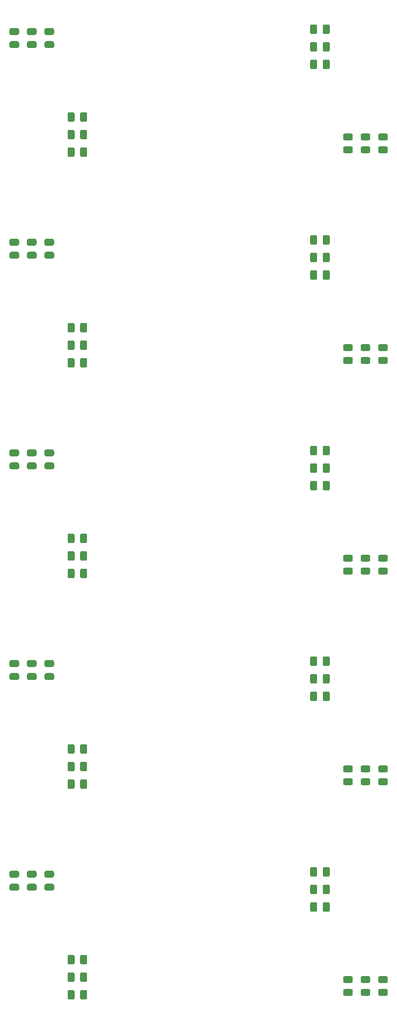
<source format=gtp>
G04 #@! TF.GenerationSoftware,KiCad,Pcbnew,6.0.2+dfsg-1*
G04 #@! TF.CreationDate,2024-06-30T21:45:31-06:00*
G04 #@! TF.ProjectId,ckt-signal-array,636b742d-7369-4676-9e61-6c2d61727261,rev?*
G04 #@! TF.SameCoordinates,Original*
G04 #@! TF.FileFunction,Paste,Top*
G04 #@! TF.FilePolarity,Positive*
%FSLAX46Y46*%
G04 Gerber Fmt 4.6, Leading zero omitted, Abs format (unit mm)*
G04 Created by KiCad (PCBNEW 6.0.2+dfsg-1) date 2024-06-30 21:45:31*
%MOMM*%
%LPD*%
G01*
G04 APERTURE LIST*
G04 APERTURE END LIST*
G36*
G01*
X132335500Y-166870000D02*
X132335500Y-167770000D01*
G75*
G02*
X132085500Y-168020000I-250000J0D01*
G01*
X131560500Y-168020000D01*
G75*
G02*
X131310500Y-167770000I0J250000D01*
G01*
X131310500Y-166870000D01*
G75*
G02*
X131560500Y-166620000I250000J0D01*
G01*
X132085500Y-166620000D01*
G75*
G02*
X132335500Y-166870000I0J-250000D01*
G01*
G37*
G36*
G01*
X130510500Y-166870000D02*
X130510500Y-167770000D01*
G75*
G02*
X130260500Y-168020000I-250000J0D01*
G01*
X129735500Y-168020000D01*
G75*
G02*
X129485500Y-167770000I0J250000D01*
G01*
X129485500Y-166870000D01*
G75*
G02*
X129735500Y-166620000I250000J0D01*
G01*
X130260500Y-166620000D01*
G75*
G02*
X130510500Y-166870000I0J-250000D01*
G01*
G37*
G36*
G01*
X122222750Y-65875000D02*
X121310250Y-65875000D01*
G75*
G02*
X121066500Y-65631250I0J243750D01*
G01*
X121066500Y-65143750D01*
G75*
G02*
X121310250Y-64900000I243750J0D01*
G01*
X122222750Y-64900000D01*
G75*
G02*
X122466500Y-65143750I0J-243750D01*
G01*
X122466500Y-65631250D01*
G75*
G02*
X122222750Y-65875000I-243750J0D01*
G01*
G37*
G36*
G01*
X122222750Y-64000000D02*
X121310250Y-64000000D01*
G75*
G02*
X121066500Y-63756250I0J243750D01*
G01*
X121066500Y-63268750D01*
G75*
G02*
X121310250Y-63025000I243750J0D01*
G01*
X122222750Y-63025000D01*
G75*
G02*
X122466500Y-63268750I0J-243750D01*
G01*
X122466500Y-63756250D01*
G75*
G02*
X122222750Y-64000000I-243750J0D01*
G01*
G37*
G36*
G01*
X127302750Y-65875000D02*
X126390250Y-65875000D01*
G75*
G02*
X126146500Y-65631250I0J243750D01*
G01*
X126146500Y-65143750D01*
G75*
G02*
X126390250Y-64900000I243750J0D01*
G01*
X127302750Y-64900000D01*
G75*
G02*
X127546500Y-65143750I0J-243750D01*
G01*
X127546500Y-65631250D01*
G75*
G02*
X127302750Y-65875000I-243750J0D01*
G01*
G37*
G36*
G01*
X127302750Y-64000000D02*
X126390250Y-64000000D01*
G75*
G02*
X126146500Y-63756250I0J243750D01*
G01*
X126146500Y-63268750D01*
G75*
G02*
X126390250Y-63025000I243750J0D01*
G01*
X127302750Y-63025000D01*
G75*
G02*
X127546500Y-63268750I0J-243750D01*
G01*
X127546500Y-63756250D01*
G75*
G02*
X127302750Y-64000000I-243750J0D01*
G01*
G37*
G36*
G01*
X174777250Y-78265000D02*
X175689750Y-78265000D01*
G75*
G02*
X175933500Y-78508750I0J-243750D01*
G01*
X175933500Y-78996250D01*
G75*
G02*
X175689750Y-79240000I-243750J0D01*
G01*
X174777250Y-79240000D01*
G75*
G02*
X174533500Y-78996250I0J243750D01*
G01*
X174533500Y-78508750D01*
G75*
G02*
X174777250Y-78265000I243750J0D01*
G01*
G37*
G36*
G01*
X174777250Y-80140000D02*
X175689750Y-80140000D01*
G75*
G02*
X175933500Y-80383750I0J-243750D01*
G01*
X175933500Y-80871250D01*
G75*
G02*
X175689750Y-81115000I-243750J0D01*
G01*
X174777250Y-81115000D01*
G75*
G02*
X174533500Y-80871250I0J243750D01*
G01*
X174533500Y-80383750D01*
G75*
G02*
X174777250Y-80140000I243750J0D01*
G01*
G37*
G36*
G01*
X164664500Y-94110000D02*
X164664500Y-93210000D01*
G75*
G02*
X164914500Y-92960000I250000J0D01*
G01*
X165439500Y-92960000D01*
G75*
G02*
X165689500Y-93210000I0J-250000D01*
G01*
X165689500Y-94110000D01*
G75*
G02*
X165439500Y-94360000I-250000J0D01*
G01*
X164914500Y-94360000D01*
G75*
G02*
X164664500Y-94110000I0J250000D01*
G01*
G37*
G36*
G01*
X166489500Y-94110000D02*
X166489500Y-93210000D01*
G75*
G02*
X166739500Y-92960000I250000J0D01*
G01*
X167264500Y-92960000D01*
G75*
G02*
X167514500Y-93210000I0J-250000D01*
G01*
X167514500Y-94110000D01*
G75*
G02*
X167264500Y-94360000I-250000J0D01*
G01*
X166739500Y-94360000D01*
G75*
G02*
X166489500Y-94110000I0J250000D01*
G01*
G37*
G36*
G01*
X164664500Y-99190000D02*
X164664500Y-98290000D01*
G75*
G02*
X164914500Y-98040000I250000J0D01*
G01*
X165439500Y-98040000D01*
G75*
G02*
X165689500Y-98290000I0J-250000D01*
G01*
X165689500Y-99190000D01*
G75*
G02*
X165439500Y-99440000I-250000J0D01*
G01*
X164914500Y-99440000D01*
G75*
G02*
X164664500Y-99190000I0J250000D01*
G01*
G37*
G36*
G01*
X166489500Y-99190000D02*
X166489500Y-98290000D01*
G75*
G02*
X166739500Y-98040000I250000J0D01*
G01*
X167264500Y-98040000D01*
G75*
G02*
X167514500Y-98290000I0J-250000D01*
G01*
X167514500Y-99190000D01*
G75*
G02*
X167264500Y-99440000I-250000J0D01*
G01*
X166739500Y-99440000D01*
G75*
G02*
X166489500Y-99190000I0J250000D01*
G01*
G37*
G36*
G01*
X132335500Y-50030000D02*
X132335500Y-50930000D01*
G75*
G02*
X132085500Y-51180000I-250000J0D01*
G01*
X131560500Y-51180000D01*
G75*
G02*
X131310500Y-50930000I0J250000D01*
G01*
X131310500Y-50030000D01*
G75*
G02*
X131560500Y-49780000I250000J0D01*
G01*
X132085500Y-49780000D01*
G75*
G02*
X132335500Y-50030000I0J-250000D01*
G01*
G37*
G36*
G01*
X130510500Y-50030000D02*
X130510500Y-50930000D01*
G75*
G02*
X130260500Y-51180000I-250000J0D01*
G01*
X129735500Y-51180000D01*
G75*
G02*
X129485500Y-50930000I0J250000D01*
G01*
X129485500Y-50030000D01*
G75*
G02*
X129735500Y-49780000I250000J0D01*
G01*
X130260500Y-49780000D01*
G75*
G02*
X130510500Y-50030000I0J-250000D01*
G01*
G37*
G36*
G01*
X127302750Y-35395000D02*
X126390250Y-35395000D01*
G75*
G02*
X126146500Y-35151250I0J243750D01*
G01*
X126146500Y-34663750D01*
G75*
G02*
X126390250Y-34420000I243750J0D01*
G01*
X127302750Y-34420000D01*
G75*
G02*
X127546500Y-34663750I0J-243750D01*
G01*
X127546500Y-35151250D01*
G75*
G02*
X127302750Y-35395000I-243750J0D01*
G01*
G37*
G36*
G01*
X127302750Y-33520000D02*
X126390250Y-33520000D01*
G75*
G02*
X126146500Y-33276250I0J243750D01*
G01*
X126146500Y-32788750D01*
G75*
G02*
X126390250Y-32545000I243750J0D01*
G01*
X127302750Y-32545000D01*
G75*
G02*
X127546500Y-32788750I0J-243750D01*
G01*
X127546500Y-33276250D01*
G75*
G02*
X127302750Y-33520000I-243750J0D01*
G01*
G37*
G36*
G01*
X164664500Y-155070000D02*
X164664500Y-154170000D01*
G75*
G02*
X164914500Y-153920000I250000J0D01*
G01*
X165439500Y-153920000D01*
G75*
G02*
X165689500Y-154170000I0J-250000D01*
G01*
X165689500Y-155070000D01*
G75*
G02*
X165439500Y-155320000I-250000J0D01*
G01*
X164914500Y-155320000D01*
G75*
G02*
X164664500Y-155070000I0J250000D01*
G01*
G37*
G36*
G01*
X166489500Y-155070000D02*
X166489500Y-154170000D01*
G75*
G02*
X166739500Y-153920000I250000J0D01*
G01*
X167264500Y-153920000D01*
G75*
G02*
X167514500Y-154170000I0J-250000D01*
G01*
X167514500Y-155070000D01*
G75*
G02*
X167264500Y-155320000I-250000J0D01*
G01*
X166739500Y-155320000D01*
G75*
G02*
X166489500Y-155070000I0J250000D01*
G01*
G37*
G36*
G01*
X164664500Y-96650000D02*
X164664500Y-95750000D01*
G75*
G02*
X164914500Y-95500000I250000J0D01*
G01*
X165439500Y-95500000D01*
G75*
G02*
X165689500Y-95750000I0J-250000D01*
G01*
X165689500Y-96650000D01*
G75*
G02*
X165439500Y-96900000I-250000J0D01*
G01*
X164914500Y-96900000D01*
G75*
G02*
X164664500Y-96650000I0J250000D01*
G01*
G37*
G36*
G01*
X166489500Y-96650000D02*
X166489500Y-95750000D01*
G75*
G02*
X166739500Y-95500000I250000J0D01*
G01*
X167264500Y-95500000D01*
G75*
G02*
X167514500Y-95750000I0J-250000D01*
G01*
X167514500Y-96650000D01*
G75*
G02*
X167264500Y-96900000I-250000J0D01*
G01*
X166739500Y-96900000D01*
G75*
G02*
X166489500Y-96650000I0J250000D01*
G01*
G37*
G36*
G01*
X122222750Y-126835000D02*
X121310250Y-126835000D01*
G75*
G02*
X121066500Y-126591250I0J243750D01*
G01*
X121066500Y-126103750D01*
G75*
G02*
X121310250Y-125860000I243750J0D01*
G01*
X122222750Y-125860000D01*
G75*
G02*
X122466500Y-126103750I0J-243750D01*
G01*
X122466500Y-126591250D01*
G75*
G02*
X122222750Y-126835000I-243750J0D01*
G01*
G37*
G36*
G01*
X122222750Y-124960000D02*
X121310250Y-124960000D01*
G75*
G02*
X121066500Y-124716250I0J243750D01*
G01*
X121066500Y-124228750D01*
G75*
G02*
X121310250Y-123985000I243750J0D01*
G01*
X122222750Y-123985000D01*
G75*
G02*
X122466500Y-124228750I0J-243750D01*
G01*
X122466500Y-124716250D01*
G75*
G02*
X122222750Y-124960000I-243750J0D01*
G01*
G37*
G36*
G01*
X172237250Y-169705000D02*
X173149750Y-169705000D01*
G75*
G02*
X173393500Y-169948750I0J-243750D01*
G01*
X173393500Y-170436250D01*
G75*
G02*
X173149750Y-170680000I-243750J0D01*
G01*
X172237250Y-170680000D01*
G75*
G02*
X171993500Y-170436250I0J243750D01*
G01*
X171993500Y-169948750D01*
G75*
G02*
X172237250Y-169705000I243750J0D01*
G01*
G37*
G36*
G01*
X172237250Y-171580000D02*
X173149750Y-171580000D01*
G75*
G02*
X173393500Y-171823750I0J-243750D01*
G01*
X173393500Y-172311250D01*
G75*
G02*
X173149750Y-172555000I-243750J0D01*
G01*
X172237250Y-172555000D01*
G75*
G02*
X171993500Y-172311250I0J243750D01*
G01*
X171993500Y-171823750D01*
G75*
G02*
X172237250Y-171580000I243750J0D01*
G01*
G37*
G36*
G01*
X132335500Y-108450000D02*
X132335500Y-109350000D01*
G75*
G02*
X132085500Y-109600000I-250000J0D01*
G01*
X131560500Y-109600000D01*
G75*
G02*
X131310500Y-109350000I0J250000D01*
G01*
X131310500Y-108450000D01*
G75*
G02*
X131560500Y-108200000I250000J0D01*
G01*
X132085500Y-108200000D01*
G75*
G02*
X132335500Y-108450000I0J-250000D01*
G01*
G37*
G36*
G01*
X130510500Y-108450000D02*
X130510500Y-109350000D01*
G75*
G02*
X130260500Y-109600000I-250000J0D01*
G01*
X129735500Y-109600000D01*
G75*
G02*
X129485500Y-109350000I0J250000D01*
G01*
X129485500Y-108450000D01*
G75*
G02*
X129735500Y-108200000I250000J0D01*
G01*
X130260500Y-108200000D01*
G75*
G02*
X130510500Y-108450000I0J-250000D01*
G01*
G37*
G36*
G01*
X124762750Y-35395000D02*
X123850250Y-35395000D01*
G75*
G02*
X123606500Y-35151250I0J243750D01*
G01*
X123606500Y-34663750D01*
G75*
G02*
X123850250Y-34420000I243750J0D01*
G01*
X124762750Y-34420000D01*
G75*
G02*
X125006500Y-34663750I0J-243750D01*
G01*
X125006500Y-35151250D01*
G75*
G02*
X124762750Y-35395000I-243750J0D01*
G01*
G37*
G36*
G01*
X124762750Y-33520000D02*
X123850250Y-33520000D01*
G75*
G02*
X123606500Y-33276250I0J243750D01*
G01*
X123606500Y-32788750D01*
G75*
G02*
X123850250Y-32545000I243750J0D01*
G01*
X124762750Y-32545000D01*
G75*
G02*
X125006500Y-32788750I0J-243750D01*
G01*
X125006500Y-33276250D01*
G75*
G02*
X124762750Y-33520000I-243750J0D01*
G01*
G37*
G36*
G01*
X132335500Y-136390000D02*
X132335500Y-137290000D01*
G75*
G02*
X132085500Y-137540000I-250000J0D01*
G01*
X131560500Y-137540000D01*
G75*
G02*
X131310500Y-137290000I0J250000D01*
G01*
X131310500Y-136390000D01*
G75*
G02*
X131560500Y-136140000I250000J0D01*
G01*
X132085500Y-136140000D01*
G75*
G02*
X132335500Y-136390000I0J-250000D01*
G01*
G37*
G36*
G01*
X130510500Y-136390000D02*
X130510500Y-137290000D01*
G75*
G02*
X130260500Y-137540000I-250000J0D01*
G01*
X129735500Y-137540000D01*
G75*
G02*
X129485500Y-137290000I0J250000D01*
G01*
X129485500Y-136390000D01*
G75*
G02*
X129735500Y-136140000I250000J0D01*
G01*
X130260500Y-136140000D01*
G75*
G02*
X130510500Y-136390000I0J-250000D01*
G01*
G37*
G36*
G01*
X132335500Y-44950000D02*
X132335500Y-45850000D01*
G75*
G02*
X132085500Y-46100000I-250000J0D01*
G01*
X131560500Y-46100000D01*
G75*
G02*
X131310500Y-45850000I0J250000D01*
G01*
X131310500Y-44950000D01*
G75*
G02*
X131560500Y-44700000I250000J0D01*
G01*
X132085500Y-44700000D01*
G75*
G02*
X132335500Y-44950000I0J-250000D01*
G01*
G37*
G36*
G01*
X130510500Y-44950000D02*
X130510500Y-45850000D01*
G75*
G02*
X130260500Y-46100000I-250000J0D01*
G01*
X129735500Y-46100000D01*
G75*
G02*
X129485500Y-45850000I0J250000D01*
G01*
X129485500Y-44950000D01*
G75*
G02*
X129735500Y-44700000I250000J0D01*
G01*
X130260500Y-44700000D01*
G75*
G02*
X130510500Y-44950000I0J-250000D01*
G01*
G37*
G36*
G01*
X172237250Y-47785000D02*
X173149750Y-47785000D01*
G75*
G02*
X173393500Y-48028750I0J-243750D01*
G01*
X173393500Y-48516250D01*
G75*
G02*
X173149750Y-48760000I-243750J0D01*
G01*
X172237250Y-48760000D01*
G75*
G02*
X171993500Y-48516250I0J243750D01*
G01*
X171993500Y-48028750D01*
G75*
G02*
X172237250Y-47785000I243750J0D01*
G01*
G37*
G36*
G01*
X172237250Y-49660000D02*
X173149750Y-49660000D01*
G75*
G02*
X173393500Y-49903750I0J-243750D01*
G01*
X173393500Y-50391250D01*
G75*
G02*
X173149750Y-50635000I-243750J0D01*
G01*
X172237250Y-50635000D01*
G75*
G02*
X171993500Y-50391250I0J243750D01*
G01*
X171993500Y-49903750D01*
G75*
G02*
X172237250Y-49660000I243750J0D01*
G01*
G37*
G36*
G01*
X122222750Y-157315000D02*
X121310250Y-157315000D01*
G75*
G02*
X121066500Y-157071250I0J243750D01*
G01*
X121066500Y-156583750D01*
G75*
G02*
X121310250Y-156340000I243750J0D01*
G01*
X122222750Y-156340000D01*
G75*
G02*
X122466500Y-156583750I0J-243750D01*
G01*
X122466500Y-157071250D01*
G75*
G02*
X122222750Y-157315000I-243750J0D01*
G01*
G37*
G36*
G01*
X122222750Y-155440000D02*
X121310250Y-155440000D01*
G75*
G02*
X121066500Y-155196250I0J243750D01*
G01*
X121066500Y-154708750D01*
G75*
G02*
X121310250Y-154465000I243750J0D01*
G01*
X122222750Y-154465000D01*
G75*
G02*
X122466500Y-154708750I0J-243750D01*
G01*
X122466500Y-155196250D01*
G75*
G02*
X122222750Y-155440000I-243750J0D01*
G01*
G37*
G36*
G01*
X132335500Y-169410000D02*
X132335500Y-170310000D01*
G75*
G02*
X132085500Y-170560000I-250000J0D01*
G01*
X131560500Y-170560000D01*
G75*
G02*
X131310500Y-170310000I0J250000D01*
G01*
X131310500Y-169410000D01*
G75*
G02*
X131560500Y-169160000I250000J0D01*
G01*
X132085500Y-169160000D01*
G75*
G02*
X132335500Y-169410000I0J-250000D01*
G01*
G37*
G36*
G01*
X130510500Y-169410000D02*
X130510500Y-170310000D01*
G75*
G02*
X130260500Y-170560000I-250000J0D01*
G01*
X129735500Y-170560000D01*
G75*
G02*
X129485500Y-170310000I0J250000D01*
G01*
X129485500Y-169410000D01*
G75*
G02*
X129735500Y-169160000I250000J0D01*
G01*
X130260500Y-169160000D01*
G75*
G02*
X130510500Y-169410000I0J-250000D01*
G01*
G37*
G36*
G01*
X169697250Y-139225000D02*
X170609750Y-139225000D01*
G75*
G02*
X170853500Y-139468750I0J-243750D01*
G01*
X170853500Y-139956250D01*
G75*
G02*
X170609750Y-140200000I-243750J0D01*
G01*
X169697250Y-140200000D01*
G75*
G02*
X169453500Y-139956250I0J243750D01*
G01*
X169453500Y-139468750D01*
G75*
G02*
X169697250Y-139225000I243750J0D01*
G01*
G37*
G36*
G01*
X169697250Y-141100000D02*
X170609750Y-141100000D01*
G75*
G02*
X170853500Y-141343750I0J-243750D01*
G01*
X170853500Y-141831250D01*
G75*
G02*
X170609750Y-142075000I-243750J0D01*
G01*
X169697250Y-142075000D01*
G75*
G02*
X169453500Y-141831250I0J243750D01*
G01*
X169453500Y-141343750D01*
G75*
G02*
X169697250Y-141100000I243750J0D01*
G01*
G37*
G36*
G01*
X164664500Y-66170000D02*
X164664500Y-65270000D01*
G75*
G02*
X164914500Y-65020000I250000J0D01*
G01*
X165439500Y-65020000D01*
G75*
G02*
X165689500Y-65270000I0J-250000D01*
G01*
X165689500Y-66170000D01*
G75*
G02*
X165439500Y-66420000I-250000J0D01*
G01*
X164914500Y-66420000D01*
G75*
G02*
X164664500Y-66170000I0J250000D01*
G01*
G37*
G36*
G01*
X166489500Y-66170000D02*
X166489500Y-65270000D01*
G75*
G02*
X166739500Y-65020000I250000J0D01*
G01*
X167264500Y-65020000D01*
G75*
G02*
X167514500Y-65270000I0J-250000D01*
G01*
X167514500Y-66170000D01*
G75*
G02*
X167264500Y-66420000I-250000J0D01*
G01*
X166739500Y-66420000D01*
G75*
G02*
X166489500Y-66170000I0J250000D01*
G01*
G37*
G36*
G01*
X172237250Y-139225000D02*
X173149750Y-139225000D01*
G75*
G02*
X173393500Y-139468750I0J-243750D01*
G01*
X173393500Y-139956250D01*
G75*
G02*
X173149750Y-140200000I-243750J0D01*
G01*
X172237250Y-140200000D01*
G75*
G02*
X171993500Y-139956250I0J243750D01*
G01*
X171993500Y-139468750D01*
G75*
G02*
X172237250Y-139225000I243750J0D01*
G01*
G37*
G36*
G01*
X172237250Y-141100000D02*
X173149750Y-141100000D01*
G75*
G02*
X173393500Y-141343750I0J-243750D01*
G01*
X173393500Y-141831250D01*
G75*
G02*
X173149750Y-142075000I-243750J0D01*
G01*
X172237250Y-142075000D01*
G75*
G02*
X171993500Y-141831250I0J243750D01*
G01*
X171993500Y-141343750D01*
G75*
G02*
X172237250Y-141100000I243750J0D01*
G01*
G37*
G36*
G01*
X174777250Y-108745000D02*
X175689750Y-108745000D01*
G75*
G02*
X175933500Y-108988750I0J-243750D01*
G01*
X175933500Y-109476250D01*
G75*
G02*
X175689750Y-109720000I-243750J0D01*
G01*
X174777250Y-109720000D01*
G75*
G02*
X174533500Y-109476250I0J243750D01*
G01*
X174533500Y-108988750D01*
G75*
G02*
X174777250Y-108745000I243750J0D01*
G01*
G37*
G36*
G01*
X174777250Y-110620000D02*
X175689750Y-110620000D01*
G75*
G02*
X175933500Y-110863750I0J-243750D01*
G01*
X175933500Y-111351250D01*
G75*
G02*
X175689750Y-111595000I-243750J0D01*
G01*
X174777250Y-111595000D01*
G75*
G02*
X174533500Y-111351250I0J243750D01*
G01*
X174533500Y-110863750D01*
G75*
G02*
X174777250Y-110620000I243750J0D01*
G01*
G37*
G36*
G01*
X132335500Y-80510000D02*
X132335500Y-81410000D01*
G75*
G02*
X132085500Y-81660000I-250000J0D01*
G01*
X131560500Y-81660000D01*
G75*
G02*
X131310500Y-81410000I0J250000D01*
G01*
X131310500Y-80510000D01*
G75*
G02*
X131560500Y-80260000I250000J0D01*
G01*
X132085500Y-80260000D01*
G75*
G02*
X132335500Y-80510000I0J-250000D01*
G01*
G37*
G36*
G01*
X130510500Y-80510000D02*
X130510500Y-81410000D01*
G75*
G02*
X130260500Y-81660000I-250000J0D01*
G01*
X129735500Y-81660000D01*
G75*
G02*
X129485500Y-81410000I0J250000D01*
G01*
X129485500Y-80510000D01*
G75*
G02*
X129735500Y-80260000I250000J0D01*
G01*
X130260500Y-80260000D01*
G75*
G02*
X130510500Y-80510000I0J-250000D01*
G01*
G37*
G36*
G01*
X132335500Y-77970000D02*
X132335500Y-78870000D01*
G75*
G02*
X132085500Y-79120000I-250000J0D01*
G01*
X131560500Y-79120000D01*
G75*
G02*
X131310500Y-78870000I0J250000D01*
G01*
X131310500Y-77970000D01*
G75*
G02*
X131560500Y-77720000I250000J0D01*
G01*
X132085500Y-77720000D01*
G75*
G02*
X132335500Y-77970000I0J-250000D01*
G01*
G37*
G36*
G01*
X130510500Y-77970000D02*
X130510500Y-78870000D01*
G75*
G02*
X130260500Y-79120000I-250000J0D01*
G01*
X129735500Y-79120000D01*
G75*
G02*
X129485500Y-78870000I0J250000D01*
G01*
X129485500Y-77970000D01*
G75*
G02*
X129735500Y-77720000I250000J0D01*
G01*
X130260500Y-77720000D01*
G75*
G02*
X130510500Y-77970000I0J-250000D01*
G01*
G37*
G36*
G01*
X132335500Y-47490000D02*
X132335500Y-48390000D01*
G75*
G02*
X132085500Y-48640000I-250000J0D01*
G01*
X131560500Y-48640000D01*
G75*
G02*
X131310500Y-48390000I0J250000D01*
G01*
X131310500Y-47490000D01*
G75*
G02*
X131560500Y-47240000I250000J0D01*
G01*
X132085500Y-47240000D01*
G75*
G02*
X132335500Y-47490000I0J-250000D01*
G01*
G37*
G36*
G01*
X130510500Y-47490000D02*
X130510500Y-48390000D01*
G75*
G02*
X130260500Y-48640000I-250000J0D01*
G01*
X129735500Y-48640000D01*
G75*
G02*
X129485500Y-48390000I0J250000D01*
G01*
X129485500Y-47490000D01*
G75*
G02*
X129735500Y-47240000I250000J0D01*
G01*
X130260500Y-47240000D01*
G75*
G02*
X130510500Y-47490000I0J-250000D01*
G01*
G37*
G36*
G01*
X164664500Y-68710000D02*
X164664500Y-67810000D01*
G75*
G02*
X164914500Y-67560000I250000J0D01*
G01*
X165439500Y-67560000D01*
G75*
G02*
X165689500Y-67810000I0J-250000D01*
G01*
X165689500Y-68710000D01*
G75*
G02*
X165439500Y-68960000I-250000J0D01*
G01*
X164914500Y-68960000D01*
G75*
G02*
X164664500Y-68710000I0J250000D01*
G01*
G37*
G36*
G01*
X166489500Y-68710000D02*
X166489500Y-67810000D01*
G75*
G02*
X166739500Y-67560000I250000J0D01*
G01*
X167264500Y-67560000D01*
G75*
G02*
X167514500Y-67810000I0J-250000D01*
G01*
X167514500Y-68710000D01*
G75*
G02*
X167264500Y-68960000I-250000J0D01*
G01*
X166739500Y-68960000D01*
G75*
G02*
X166489500Y-68710000I0J250000D01*
G01*
G37*
G36*
G01*
X164664500Y-160150000D02*
X164664500Y-159250000D01*
G75*
G02*
X164914500Y-159000000I250000J0D01*
G01*
X165439500Y-159000000D01*
G75*
G02*
X165689500Y-159250000I0J-250000D01*
G01*
X165689500Y-160150000D01*
G75*
G02*
X165439500Y-160400000I-250000J0D01*
G01*
X164914500Y-160400000D01*
G75*
G02*
X164664500Y-160150000I0J250000D01*
G01*
G37*
G36*
G01*
X166489500Y-160150000D02*
X166489500Y-159250000D01*
G75*
G02*
X166739500Y-159000000I250000J0D01*
G01*
X167264500Y-159000000D01*
G75*
G02*
X167514500Y-159250000I0J-250000D01*
G01*
X167514500Y-160150000D01*
G75*
G02*
X167264500Y-160400000I-250000J0D01*
G01*
X166739500Y-160400000D01*
G75*
G02*
X166489500Y-160150000I0J250000D01*
G01*
G37*
G36*
G01*
X164664500Y-63630000D02*
X164664500Y-62730000D01*
G75*
G02*
X164914500Y-62480000I250000J0D01*
G01*
X165439500Y-62480000D01*
G75*
G02*
X165689500Y-62730000I0J-250000D01*
G01*
X165689500Y-63630000D01*
G75*
G02*
X165439500Y-63880000I-250000J0D01*
G01*
X164914500Y-63880000D01*
G75*
G02*
X164664500Y-63630000I0J250000D01*
G01*
G37*
G36*
G01*
X166489500Y-63630000D02*
X166489500Y-62730000D01*
G75*
G02*
X166739500Y-62480000I250000J0D01*
G01*
X167264500Y-62480000D01*
G75*
G02*
X167514500Y-62730000I0J-250000D01*
G01*
X167514500Y-63630000D01*
G75*
G02*
X167264500Y-63880000I-250000J0D01*
G01*
X166739500Y-63880000D01*
G75*
G02*
X166489500Y-63630000I0J250000D01*
G01*
G37*
G36*
G01*
X164664500Y-35690000D02*
X164664500Y-34790000D01*
G75*
G02*
X164914500Y-34540000I250000J0D01*
G01*
X165439500Y-34540000D01*
G75*
G02*
X165689500Y-34790000I0J-250000D01*
G01*
X165689500Y-35690000D01*
G75*
G02*
X165439500Y-35940000I-250000J0D01*
G01*
X164914500Y-35940000D01*
G75*
G02*
X164664500Y-35690000I0J250000D01*
G01*
G37*
G36*
G01*
X166489500Y-35690000D02*
X166489500Y-34790000D01*
G75*
G02*
X166739500Y-34540000I250000J0D01*
G01*
X167264500Y-34540000D01*
G75*
G02*
X167514500Y-34790000I0J-250000D01*
G01*
X167514500Y-35690000D01*
G75*
G02*
X167264500Y-35940000I-250000J0D01*
G01*
X166739500Y-35940000D01*
G75*
G02*
X166489500Y-35690000I0J250000D01*
G01*
G37*
G36*
G01*
X124762750Y-65875000D02*
X123850250Y-65875000D01*
G75*
G02*
X123606500Y-65631250I0J243750D01*
G01*
X123606500Y-65143750D01*
G75*
G02*
X123850250Y-64900000I243750J0D01*
G01*
X124762750Y-64900000D01*
G75*
G02*
X125006500Y-65143750I0J-243750D01*
G01*
X125006500Y-65631250D01*
G75*
G02*
X124762750Y-65875000I-243750J0D01*
G01*
G37*
G36*
G01*
X124762750Y-64000000D02*
X123850250Y-64000000D01*
G75*
G02*
X123606500Y-63756250I0J243750D01*
G01*
X123606500Y-63268750D01*
G75*
G02*
X123850250Y-63025000I243750J0D01*
G01*
X124762750Y-63025000D01*
G75*
G02*
X125006500Y-63268750I0J-243750D01*
G01*
X125006500Y-63756250D01*
G75*
G02*
X124762750Y-64000000I-243750J0D01*
G01*
G37*
G36*
G01*
X122222750Y-35395000D02*
X121310250Y-35395000D01*
G75*
G02*
X121066500Y-35151250I0J243750D01*
G01*
X121066500Y-34663750D01*
G75*
G02*
X121310250Y-34420000I243750J0D01*
G01*
X122222750Y-34420000D01*
G75*
G02*
X122466500Y-34663750I0J-243750D01*
G01*
X122466500Y-35151250D01*
G75*
G02*
X122222750Y-35395000I-243750J0D01*
G01*
G37*
G36*
G01*
X122222750Y-33520000D02*
X121310250Y-33520000D01*
G75*
G02*
X121066500Y-33276250I0J243750D01*
G01*
X121066500Y-32788750D01*
G75*
G02*
X121310250Y-32545000I243750J0D01*
G01*
X122222750Y-32545000D01*
G75*
G02*
X122466500Y-32788750I0J-243750D01*
G01*
X122466500Y-33276250D01*
G75*
G02*
X122222750Y-33520000I-243750J0D01*
G01*
G37*
G36*
G01*
X164664500Y-129670000D02*
X164664500Y-128770000D01*
G75*
G02*
X164914500Y-128520000I250000J0D01*
G01*
X165439500Y-128520000D01*
G75*
G02*
X165689500Y-128770000I0J-250000D01*
G01*
X165689500Y-129670000D01*
G75*
G02*
X165439500Y-129920000I-250000J0D01*
G01*
X164914500Y-129920000D01*
G75*
G02*
X164664500Y-129670000I0J250000D01*
G01*
G37*
G36*
G01*
X166489500Y-129670000D02*
X166489500Y-128770000D01*
G75*
G02*
X166739500Y-128520000I250000J0D01*
G01*
X167264500Y-128520000D01*
G75*
G02*
X167514500Y-128770000I0J-250000D01*
G01*
X167514500Y-129670000D01*
G75*
G02*
X167264500Y-129920000I-250000J0D01*
G01*
X166739500Y-129920000D01*
G75*
G02*
X166489500Y-129670000I0J250000D01*
G01*
G37*
G36*
G01*
X169697250Y-47785000D02*
X170609750Y-47785000D01*
G75*
G02*
X170853500Y-48028750I0J-243750D01*
G01*
X170853500Y-48516250D01*
G75*
G02*
X170609750Y-48760000I-243750J0D01*
G01*
X169697250Y-48760000D01*
G75*
G02*
X169453500Y-48516250I0J243750D01*
G01*
X169453500Y-48028750D01*
G75*
G02*
X169697250Y-47785000I243750J0D01*
G01*
G37*
G36*
G01*
X169697250Y-49660000D02*
X170609750Y-49660000D01*
G75*
G02*
X170853500Y-49903750I0J-243750D01*
G01*
X170853500Y-50391250D01*
G75*
G02*
X170609750Y-50635000I-243750J0D01*
G01*
X169697250Y-50635000D01*
G75*
G02*
X169453500Y-50391250I0J243750D01*
G01*
X169453500Y-49903750D01*
G75*
G02*
X169697250Y-49660000I243750J0D01*
G01*
G37*
G36*
G01*
X132335500Y-138930000D02*
X132335500Y-139830000D01*
G75*
G02*
X132085500Y-140080000I-250000J0D01*
G01*
X131560500Y-140080000D01*
G75*
G02*
X131310500Y-139830000I0J250000D01*
G01*
X131310500Y-138930000D01*
G75*
G02*
X131560500Y-138680000I250000J0D01*
G01*
X132085500Y-138680000D01*
G75*
G02*
X132335500Y-138930000I0J-250000D01*
G01*
G37*
G36*
G01*
X130510500Y-138930000D02*
X130510500Y-139830000D01*
G75*
G02*
X130260500Y-140080000I-250000J0D01*
G01*
X129735500Y-140080000D01*
G75*
G02*
X129485500Y-139830000I0J250000D01*
G01*
X129485500Y-138930000D01*
G75*
G02*
X129735500Y-138680000I250000J0D01*
G01*
X130260500Y-138680000D01*
G75*
G02*
X130510500Y-138930000I0J-250000D01*
G01*
G37*
G36*
G01*
X164664500Y-38230000D02*
X164664500Y-37330000D01*
G75*
G02*
X164914500Y-37080000I250000J0D01*
G01*
X165439500Y-37080000D01*
G75*
G02*
X165689500Y-37330000I0J-250000D01*
G01*
X165689500Y-38230000D01*
G75*
G02*
X165439500Y-38480000I-250000J0D01*
G01*
X164914500Y-38480000D01*
G75*
G02*
X164664500Y-38230000I0J250000D01*
G01*
G37*
G36*
G01*
X166489500Y-38230000D02*
X166489500Y-37330000D01*
G75*
G02*
X166739500Y-37080000I250000J0D01*
G01*
X167264500Y-37080000D01*
G75*
G02*
X167514500Y-37330000I0J-250000D01*
G01*
X167514500Y-38230000D01*
G75*
G02*
X167264500Y-38480000I-250000J0D01*
G01*
X166739500Y-38480000D01*
G75*
G02*
X166489500Y-38230000I0J250000D01*
G01*
G37*
G36*
G01*
X132335500Y-141470000D02*
X132335500Y-142370000D01*
G75*
G02*
X132085500Y-142620000I-250000J0D01*
G01*
X131560500Y-142620000D01*
G75*
G02*
X131310500Y-142370000I0J250000D01*
G01*
X131310500Y-141470000D01*
G75*
G02*
X131560500Y-141220000I250000J0D01*
G01*
X132085500Y-141220000D01*
G75*
G02*
X132335500Y-141470000I0J-250000D01*
G01*
G37*
G36*
G01*
X130510500Y-141470000D02*
X130510500Y-142370000D01*
G75*
G02*
X130260500Y-142620000I-250000J0D01*
G01*
X129735500Y-142620000D01*
G75*
G02*
X129485500Y-142370000I0J250000D01*
G01*
X129485500Y-141470000D01*
G75*
G02*
X129735500Y-141220000I250000J0D01*
G01*
X130260500Y-141220000D01*
G75*
G02*
X130510500Y-141470000I0J-250000D01*
G01*
G37*
G36*
G01*
X169697250Y-108745000D02*
X170609750Y-108745000D01*
G75*
G02*
X170853500Y-108988750I0J-243750D01*
G01*
X170853500Y-109476250D01*
G75*
G02*
X170609750Y-109720000I-243750J0D01*
G01*
X169697250Y-109720000D01*
G75*
G02*
X169453500Y-109476250I0J243750D01*
G01*
X169453500Y-108988750D01*
G75*
G02*
X169697250Y-108745000I243750J0D01*
G01*
G37*
G36*
G01*
X169697250Y-110620000D02*
X170609750Y-110620000D01*
G75*
G02*
X170853500Y-110863750I0J-243750D01*
G01*
X170853500Y-111351250D01*
G75*
G02*
X170609750Y-111595000I-243750J0D01*
G01*
X169697250Y-111595000D01*
G75*
G02*
X169453500Y-111351250I0J243750D01*
G01*
X169453500Y-110863750D01*
G75*
G02*
X169697250Y-110620000I243750J0D01*
G01*
G37*
G36*
G01*
X127302750Y-157315000D02*
X126390250Y-157315000D01*
G75*
G02*
X126146500Y-157071250I0J243750D01*
G01*
X126146500Y-156583750D01*
G75*
G02*
X126390250Y-156340000I243750J0D01*
G01*
X127302750Y-156340000D01*
G75*
G02*
X127546500Y-156583750I0J-243750D01*
G01*
X127546500Y-157071250D01*
G75*
G02*
X127302750Y-157315000I-243750J0D01*
G01*
G37*
G36*
G01*
X127302750Y-155440000D02*
X126390250Y-155440000D01*
G75*
G02*
X126146500Y-155196250I0J243750D01*
G01*
X126146500Y-154708750D01*
G75*
G02*
X126390250Y-154465000I243750J0D01*
G01*
X127302750Y-154465000D01*
G75*
G02*
X127546500Y-154708750I0J-243750D01*
G01*
X127546500Y-155196250D01*
G75*
G02*
X127302750Y-155440000I-243750J0D01*
G01*
G37*
G36*
G01*
X124762750Y-157315000D02*
X123850250Y-157315000D01*
G75*
G02*
X123606500Y-157071250I0J243750D01*
G01*
X123606500Y-156583750D01*
G75*
G02*
X123850250Y-156340000I243750J0D01*
G01*
X124762750Y-156340000D01*
G75*
G02*
X125006500Y-156583750I0J-243750D01*
G01*
X125006500Y-157071250D01*
G75*
G02*
X124762750Y-157315000I-243750J0D01*
G01*
G37*
G36*
G01*
X124762750Y-155440000D02*
X123850250Y-155440000D01*
G75*
G02*
X123606500Y-155196250I0J243750D01*
G01*
X123606500Y-154708750D01*
G75*
G02*
X123850250Y-154465000I243750J0D01*
G01*
X124762750Y-154465000D01*
G75*
G02*
X125006500Y-154708750I0J-243750D01*
G01*
X125006500Y-155196250D01*
G75*
G02*
X124762750Y-155440000I-243750J0D01*
G01*
G37*
G36*
G01*
X169697250Y-78265000D02*
X170609750Y-78265000D01*
G75*
G02*
X170853500Y-78508750I0J-243750D01*
G01*
X170853500Y-78996250D01*
G75*
G02*
X170609750Y-79240000I-243750J0D01*
G01*
X169697250Y-79240000D01*
G75*
G02*
X169453500Y-78996250I0J243750D01*
G01*
X169453500Y-78508750D01*
G75*
G02*
X169697250Y-78265000I243750J0D01*
G01*
G37*
G36*
G01*
X169697250Y-80140000D02*
X170609750Y-80140000D01*
G75*
G02*
X170853500Y-80383750I0J-243750D01*
G01*
X170853500Y-80871250D01*
G75*
G02*
X170609750Y-81115000I-243750J0D01*
G01*
X169697250Y-81115000D01*
G75*
G02*
X169453500Y-80871250I0J243750D01*
G01*
X169453500Y-80383750D01*
G75*
G02*
X169697250Y-80140000I243750J0D01*
G01*
G37*
G36*
G01*
X172237250Y-78265000D02*
X173149750Y-78265000D01*
G75*
G02*
X173393500Y-78508750I0J-243750D01*
G01*
X173393500Y-78996250D01*
G75*
G02*
X173149750Y-79240000I-243750J0D01*
G01*
X172237250Y-79240000D01*
G75*
G02*
X171993500Y-78996250I0J243750D01*
G01*
X171993500Y-78508750D01*
G75*
G02*
X172237250Y-78265000I243750J0D01*
G01*
G37*
G36*
G01*
X172237250Y-80140000D02*
X173149750Y-80140000D01*
G75*
G02*
X173393500Y-80383750I0J-243750D01*
G01*
X173393500Y-80871250D01*
G75*
G02*
X173149750Y-81115000I-243750J0D01*
G01*
X172237250Y-81115000D01*
G75*
G02*
X171993500Y-80871250I0J243750D01*
G01*
X171993500Y-80383750D01*
G75*
G02*
X172237250Y-80140000I243750J0D01*
G01*
G37*
G36*
G01*
X174777250Y-169705000D02*
X175689750Y-169705000D01*
G75*
G02*
X175933500Y-169948750I0J-243750D01*
G01*
X175933500Y-170436250D01*
G75*
G02*
X175689750Y-170680000I-243750J0D01*
G01*
X174777250Y-170680000D01*
G75*
G02*
X174533500Y-170436250I0J243750D01*
G01*
X174533500Y-169948750D01*
G75*
G02*
X174777250Y-169705000I243750J0D01*
G01*
G37*
G36*
G01*
X174777250Y-171580000D02*
X175689750Y-171580000D01*
G75*
G02*
X175933500Y-171823750I0J-243750D01*
G01*
X175933500Y-172311250D01*
G75*
G02*
X175689750Y-172555000I-243750J0D01*
G01*
X174777250Y-172555000D01*
G75*
G02*
X174533500Y-172311250I0J243750D01*
G01*
X174533500Y-171823750D01*
G75*
G02*
X174777250Y-171580000I243750J0D01*
G01*
G37*
G36*
G01*
X174777250Y-47785000D02*
X175689750Y-47785000D01*
G75*
G02*
X175933500Y-48028750I0J-243750D01*
G01*
X175933500Y-48516250D01*
G75*
G02*
X175689750Y-48760000I-243750J0D01*
G01*
X174777250Y-48760000D01*
G75*
G02*
X174533500Y-48516250I0J243750D01*
G01*
X174533500Y-48028750D01*
G75*
G02*
X174777250Y-47785000I243750J0D01*
G01*
G37*
G36*
G01*
X174777250Y-49660000D02*
X175689750Y-49660000D01*
G75*
G02*
X175933500Y-49903750I0J-243750D01*
G01*
X175933500Y-50391250D01*
G75*
G02*
X175689750Y-50635000I-243750J0D01*
G01*
X174777250Y-50635000D01*
G75*
G02*
X174533500Y-50391250I0J243750D01*
G01*
X174533500Y-49903750D01*
G75*
G02*
X174777250Y-49660000I243750J0D01*
G01*
G37*
G36*
G01*
X124762750Y-96355000D02*
X123850250Y-96355000D01*
G75*
G02*
X123606500Y-96111250I0J243750D01*
G01*
X123606500Y-95623750D01*
G75*
G02*
X123850250Y-95380000I243750J0D01*
G01*
X124762750Y-95380000D01*
G75*
G02*
X125006500Y-95623750I0J-243750D01*
G01*
X125006500Y-96111250D01*
G75*
G02*
X124762750Y-96355000I-243750J0D01*
G01*
G37*
G36*
G01*
X124762750Y-94480000D02*
X123850250Y-94480000D01*
G75*
G02*
X123606500Y-94236250I0J243750D01*
G01*
X123606500Y-93748750D01*
G75*
G02*
X123850250Y-93505000I243750J0D01*
G01*
X124762750Y-93505000D01*
G75*
G02*
X125006500Y-93748750I0J-243750D01*
G01*
X125006500Y-94236250D01*
G75*
G02*
X124762750Y-94480000I-243750J0D01*
G01*
G37*
G36*
G01*
X169697250Y-169705000D02*
X170609750Y-169705000D01*
G75*
G02*
X170853500Y-169948750I0J-243750D01*
G01*
X170853500Y-170436250D01*
G75*
G02*
X170609750Y-170680000I-243750J0D01*
G01*
X169697250Y-170680000D01*
G75*
G02*
X169453500Y-170436250I0J243750D01*
G01*
X169453500Y-169948750D01*
G75*
G02*
X169697250Y-169705000I243750J0D01*
G01*
G37*
G36*
G01*
X169697250Y-171580000D02*
X170609750Y-171580000D01*
G75*
G02*
X170853500Y-171823750I0J-243750D01*
G01*
X170853500Y-172311250D01*
G75*
G02*
X170609750Y-172555000I-243750J0D01*
G01*
X169697250Y-172555000D01*
G75*
G02*
X169453500Y-172311250I0J243750D01*
G01*
X169453500Y-171823750D01*
G75*
G02*
X169697250Y-171580000I243750J0D01*
G01*
G37*
G36*
G01*
X164664500Y-33150000D02*
X164664500Y-32250000D01*
G75*
G02*
X164914500Y-32000000I250000J0D01*
G01*
X165439500Y-32000000D01*
G75*
G02*
X165689500Y-32250000I0J-250000D01*
G01*
X165689500Y-33150000D01*
G75*
G02*
X165439500Y-33400000I-250000J0D01*
G01*
X164914500Y-33400000D01*
G75*
G02*
X164664500Y-33150000I0J250000D01*
G01*
G37*
G36*
G01*
X166489500Y-33150000D02*
X166489500Y-32250000D01*
G75*
G02*
X166739500Y-32000000I250000J0D01*
G01*
X167264500Y-32000000D01*
G75*
G02*
X167514500Y-32250000I0J-250000D01*
G01*
X167514500Y-33150000D01*
G75*
G02*
X167264500Y-33400000I-250000J0D01*
G01*
X166739500Y-33400000D01*
G75*
G02*
X166489500Y-33150000I0J250000D01*
G01*
G37*
G36*
G01*
X164664500Y-127130000D02*
X164664500Y-126230000D01*
G75*
G02*
X164914500Y-125980000I250000J0D01*
G01*
X165439500Y-125980000D01*
G75*
G02*
X165689500Y-126230000I0J-250000D01*
G01*
X165689500Y-127130000D01*
G75*
G02*
X165439500Y-127380000I-250000J0D01*
G01*
X164914500Y-127380000D01*
G75*
G02*
X164664500Y-127130000I0J250000D01*
G01*
G37*
G36*
G01*
X166489500Y-127130000D02*
X166489500Y-126230000D01*
G75*
G02*
X166739500Y-125980000I250000J0D01*
G01*
X167264500Y-125980000D01*
G75*
G02*
X167514500Y-126230000I0J-250000D01*
G01*
X167514500Y-127130000D01*
G75*
G02*
X167264500Y-127380000I-250000J0D01*
G01*
X166739500Y-127380000D01*
G75*
G02*
X166489500Y-127130000I0J250000D01*
G01*
G37*
G36*
G01*
X127302750Y-96355000D02*
X126390250Y-96355000D01*
G75*
G02*
X126146500Y-96111250I0J243750D01*
G01*
X126146500Y-95623750D01*
G75*
G02*
X126390250Y-95380000I243750J0D01*
G01*
X127302750Y-95380000D01*
G75*
G02*
X127546500Y-95623750I0J-243750D01*
G01*
X127546500Y-96111250D01*
G75*
G02*
X127302750Y-96355000I-243750J0D01*
G01*
G37*
G36*
G01*
X127302750Y-94480000D02*
X126390250Y-94480000D01*
G75*
G02*
X126146500Y-94236250I0J243750D01*
G01*
X126146500Y-93748750D01*
G75*
G02*
X126390250Y-93505000I243750J0D01*
G01*
X127302750Y-93505000D01*
G75*
G02*
X127546500Y-93748750I0J-243750D01*
G01*
X127546500Y-94236250D01*
G75*
G02*
X127302750Y-94480000I-243750J0D01*
G01*
G37*
G36*
G01*
X122222750Y-96355000D02*
X121310250Y-96355000D01*
G75*
G02*
X121066500Y-96111250I0J243750D01*
G01*
X121066500Y-95623750D01*
G75*
G02*
X121310250Y-95380000I243750J0D01*
G01*
X122222750Y-95380000D01*
G75*
G02*
X122466500Y-95623750I0J-243750D01*
G01*
X122466500Y-96111250D01*
G75*
G02*
X122222750Y-96355000I-243750J0D01*
G01*
G37*
G36*
G01*
X122222750Y-94480000D02*
X121310250Y-94480000D01*
G75*
G02*
X121066500Y-94236250I0J243750D01*
G01*
X121066500Y-93748750D01*
G75*
G02*
X121310250Y-93505000I243750J0D01*
G01*
X122222750Y-93505000D01*
G75*
G02*
X122466500Y-93748750I0J-243750D01*
G01*
X122466500Y-94236250D01*
G75*
G02*
X122222750Y-94480000I-243750J0D01*
G01*
G37*
G36*
G01*
X132335500Y-105910000D02*
X132335500Y-106810000D01*
G75*
G02*
X132085500Y-107060000I-250000J0D01*
G01*
X131560500Y-107060000D01*
G75*
G02*
X131310500Y-106810000I0J250000D01*
G01*
X131310500Y-105910000D01*
G75*
G02*
X131560500Y-105660000I250000J0D01*
G01*
X132085500Y-105660000D01*
G75*
G02*
X132335500Y-105910000I0J-250000D01*
G01*
G37*
G36*
G01*
X130510500Y-105910000D02*
X130510500Y-106810000D01*
G75*
G02*
X130260500Y-107060000I-250000J0D01*
G01*
X129735500Y-107060000D01*
G75*
G02*
X129485500Y-106810000I0J250000D01*
G01*
X129485500Y-105910000D01*
G75*
G02*
X129735500Y-105660000I250000J0D01*
G01*
X130260500Y-105660000D01*
G75*
G02*
X130510500Y-105910000I0J-250000D01*
G01*
G37*
G36*
G01*
X164664500Y-157610000D02*
X164664500Y-156710000D01*
G75*
G02*
X164914500Y-156460000I250000J0D01*
G01*
X165439500Y-156460000D01*
G75*
G02*
X165689500Y-156710000I0J-250000D01*
G01*
X165689500Y-157610000D01*
G75*
G02*
X165439500Y-157860000I-250000J0D01*
G01*
X164914500Y-157860000D01*
G75*
G02*
X164664500Y-157610000I0J250000D01*
G01*
G37*
G36*
G01*
X166489500Y-157610000D02*
X166489500Y-156710000D01*
G75*
G02*
X166739500Y-156460000I250000J0D01*
G01*
X167264500Y-156460000D01*
G75*
G02*
X167514500Y-156710000I0J-250000D01*
G01*
X167514500Y-157610000D01*
G75*
G02*
X167264500Y-157860000I-250000J0D01*
G01*
X166739500Y-157860000D01*
G75*
G02*
X166489500Y-157610000I0J250000D01*
G01*
G37*
G36*
G01*
X172237250Y-108745000D02*
X173149750Y-108745000D01*
G75*
G02*
X173393500Y-108988750I0J-243750D01*
G01*
X173393500Y-109476250D01*
G75*
G02*
X173149750Y-109720000I-243750J0D01*
G01*
X172237250Y-109720000D01*
G75*
G02*
X171993500Y-109476250I0J243750D01*
G01*
X171993500Y-108988750D01*
G75*
G02*
X172237250Y-108745000I243750J0D01*
G01*
G37*
G36*
G01*
X172237250Y-110620000D02*
X173149750Y-110620000D01*
G75*
G02*
X173393500Y-110863750I0J-243750D01*
G01*
X173393500Y-111351250D01*
G75*
G02*
X173149750Y-111595000I-243750J0D01*
G01*
X172237250Y-111595000D01*
G75*
G02*
X171993500Y-111351250I0J243750D01*
G01*
X171993500Y-110863750D01*
G75*
G02*
X172237250Y-110620000I243750J0D01*
G01*
G37*
G36*
G01*
X132335500Y-75430000D02*
X132335500Y-76330000D01*
G75*
G02*
X132085500Y-76580000I-250000J0D01*
G01*
X131560500Y-76580000D01*
G75*
G02*
X131310500Y-76330000I0J250000D01*
G01*
X131310500Y-75430000D01*
G75*
G02*
X131560500Y-75180000I250000J0D01*
G01*
X132085500Y-75180000D01*
G75*
G02*
X132335500Y-75430000I0J-250000D01*
G01*
G37*
G36*
G01*
X130510500Y-75430000D02*
X130510500Y-76330000D01*
G75*
G02*
X130260500Y-76580000I-250000J0D01*
G01*
X129735500Y-76580000D01*
G75*
G02*
X129485500Y-76330000I0J250000D01*
G01*
X129485500Y-75430000D01*
G75*
G02*
X129735500Y-75180000I250000J0D01*
G01*
X130260500Y-75180000D01*
G75*
G02*
X130510500Y-75430000I0J-250000D01*
G01*
G37*
G36*
G01*
X132335500Y-171950000D02*
X132335500Y-172850000D01*
G75*
G02*
X132085500Y-173100000I-250000J0D01*
G01*
X131560500Y-173100000D01*
G75*
G02*
X131310500Y-172850000I0J250000D01*
G01*
X131310500Y-171950000D01*
G75*
G02*
X131560500Y-171700000I250000J0D01*
G01*
X132085500Y-171700000D01*
G75*
G02*
X132335500Y-171950000I0J-250000D01*
G01*
G37*
G36*
G01*
X130510500Y-171950000D02*
X130510500Y-172850000D01*
G75*
G02*
X130260500Y-173100000I-250000J0D01*
G01*
X129735500Y-173100000D01*
G75*
G02*
X129485500Y-172850000I0J250000D01*
G01*
X129485500Y-171950000D01*
G75*
G02*
X129735500Y-171700000I250000J0D01*
G01*
X130260500Y-171700000D01*
G75*
G02*
X130510500Y-171950000I0J-250000D01*
G01*
G37*
G36*
G01*
X174777250Y-139225000D02*
X175689750Y-139225000D01*
G75*
G02*
X175933500Y-139468750I0J-243750D01*
G01*
X175933500Y-139956250D01*
G75*
G02*
X175689750Y-140200000I-243750J0D01*
G01*
X174777250Y-140200000D01*
G75*
G02*
X174533500Y-139956250I0J243750D01*
G01*
X174533500Y-139468750D01*
G75*
G02*
X174777250Y-139225000I243750J0D01*
G01*
G37*
G36*
G01*
X174777250Y-141100000D02*
X175689750Y-141100000D01*
G75*
G02*
X175933500Y-141343750I0J-243750D01*
G01*
X175933500Y-141831250D01*
G75*
G02*
X175689750Y-142075000I-243750J0D01*
G01*
X174777250Y-142075000D01*
G75*
G02*
X174533500Y-141831250I0J243750D01*
G01*
X174533500Y-141343750D01*
G75*
G02*
X174777250Y-141100000I243750J0D01*
G01*
G37*
G36*
G01*
X132335500Y-110990000D02*
X132335500Y-111890000D01*
G75*
G02*
X132085500Y-112140000I-250000J0D01*
G01*
X131560500Y-112140000D01*
G75*
G02*
X131310500Y-111890000I0J250000D01*
G01*
X131310500Y-110990000D01*
G75*
G02*
X131560500Y-110740000I250000J0D01*
G01*
X132085500Y-110740000D01*
G75*
G02*
X132335500Y-110990000I0J-250000D01*
G01*
G37*
G36*
G01*
X130510500Y-110990000D02*
X130510500Y-111890000D01*
G75*
G02*
X130260500Y-112140000I-250000J0D01*
G01*
X129735500Y-112140000D01*
G75*
G02*
X129485500Y-111890000I0J250000D01*
G01*
X129485500Y-110990000D01*
G75*
G02*
X129735500Y-110740000I250000J0D01*
G01*
X130260500Y-110740000D01*
G75*
G02*
X130510500Y-110990000I0J-250000D01*
G01*
G37*
G36*
G01*
X164664500Y-124590000D02*
X164664500Y-123690000D01*
G75*
G02*
X164914500Y-123440000I250000J0D01*
G01*
X165439500Y-123440000D01*
G75*
G02*
X165689500Y-123690000I0J-250000D01*
G01*
X165689500Y-124590000D01*
G75*
G02*
X165439500Y-124840000I-250000J0D01*
G01*
X164914500Y-124840000D01*
G75*
G02*
X164664500Y-124590000I0J250000D01*
G01*
G37*
G36*
G01*
X166489500Y-124590000D02*
X166489500Y-123690000D01*
G75*
G02*
X166739500Y-123440000I250000J0D01*
G01*
X167264500Y-123440000D01*
G75*
G02*
X167514500Y-123690000I0J-250000D01*
G01*
X167514500Y-124590000D01*
G75*
G02*
X167264500Y-124840000I-250000J0D01*
G01*
X166739500Y-124840000D01*
G75*
G02*
X166489500Y-124590000I0J250000D01*
G01*
G37*
G36*
G01*
X124762750Y-126835000D02*
X123850250Y-126835000D01*
G75*
G02*
X123606500Y-126591250I0J243750D01*
G01*
X123606500Y-126103750D01*
G75*
G02*
X123850250Y-125860000I243750J0D01*
G01*
X124762750Y-125860000D01*
G75*
G02*
X125006500Y-126103750I0J-243750D01*
G01*
X125006500Y-126591250D01*
G75*
G02*
X124762750Y-126835000I-243750J0D01*
G01*
G37*
G36*
G01*
X124762750Y-124960000D02*
X123850250Y-124960000D01*
G75*
G02*
X123606500Y-124716250I0J243750D01*
G01*
X123606500Y-124228750D01*
G75*
G02*
X123850250Y-123985000I243750J0D01*
G01*
X124762750Y-123985000D01*
G75*
G02*
X125006500Y-124228750I0J-243750D01*
G01*
X125006500Y-124716250D01*
G75*
G02*
X124762750Y-124960000I-243750J0D01*
G01*
G37*
G36*
G01*
X127302750Y-126835000D02*
X126390250Y-126835000D01*
G75*
G02*
X126146500Y-126591250I0J243750D01*
G01*
X126146500Y-126103750D01*
G75*
G02*
X126390250Y-125860000I243750J0D01*
G01*
X127302750Y-125860000D01*
G75*
G02*
X127546500Y-126103750I0J-243750D01*
G01*
X127546500Y-126591250D01*
G75*
G02*
X127302750Y-126835000I-243750J0D01*
G01*
G37*
G36*
G01*
X127302750Y-124960000D02*
X126390250Y-124960000D01*
G75*
G02*
X126146500Y-124716250I0J243750D01*
G01*
X126146500Y-124228750D01*
G75*
G02*
X126390250Y-123985000I243750J0D01*
G01*
X127302750Y-123985000D01*
G75*
G02*
X127546500Y-124228750I0J-243750D01*
G01*
X127546500Y-124716250D01*
G75*
G02*
X127302750Y-124960000I-243750J0D01*
G01*
G37*
M02*

</source>
